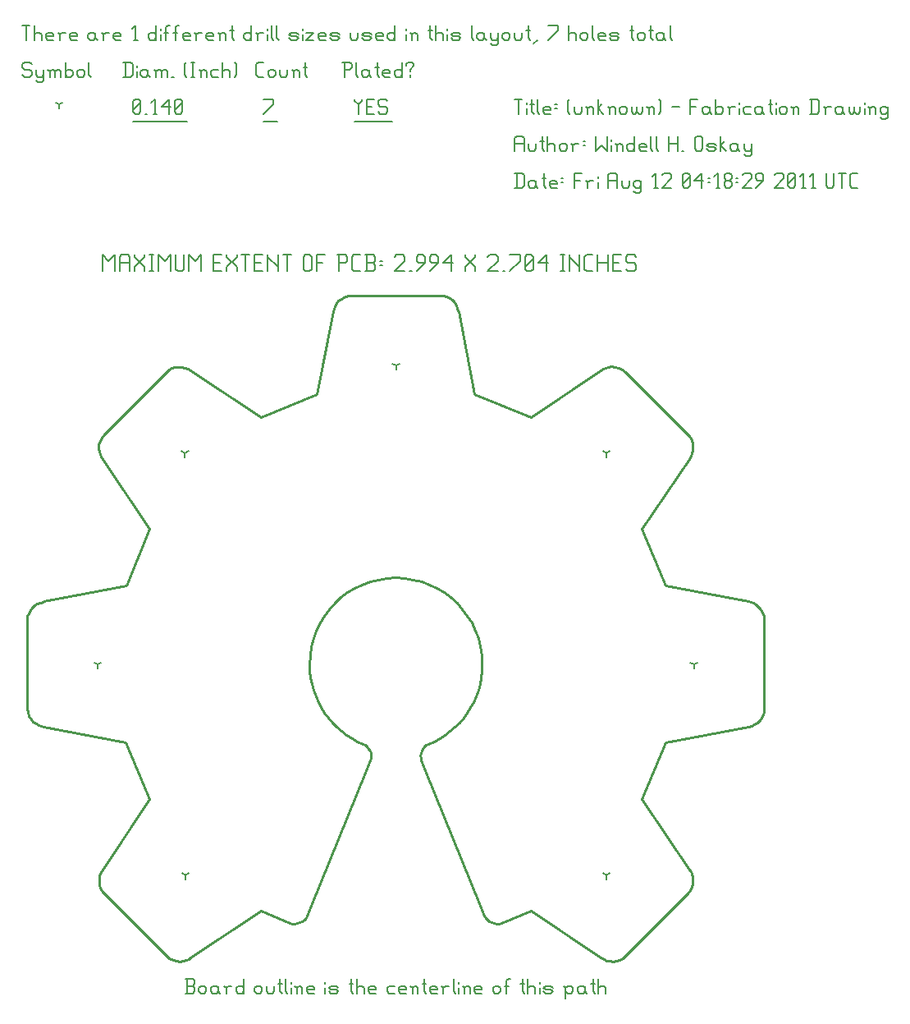
<source format=gbr>
G04 start of page 13 for group -3984 idx -3984 *
G04 Title: (unknown), fab *
G04 Creator: pcb 20091103 *
G04 CreationDate: Fri Aug 12 04:18:29 2011 UTC *
G04 For: oskay *
G04 Format: Gerber/RS-274X *
G04 PCB-Dimensions: 305000 295000 *
G04 PCB-Coordinate-Origin: lower left *
%MOIN*%
%FSLAX25Y25*%
%LNFAB*%
%ADD12C,0.0080*%
%ADD20C,0.0100*%
%ADD21C,0.0060*%
%ADD32C,0.0066*%
G54D12*X151739Y245269D02*Y243669D01*
Y245269D02*X153125Y246069D01*
X151739Y245269D02*X150353Y246069D01*
X237339Y209769D02*Y208169D01*
Y209769D02*X238725Y210569D01*
X237339Y209769D02*X235953Y210569D01*
X237339Y38469D02*Y36869D01*
Y38469D02*X238725Y39269D01*
X237339Y38469D02*X235953Y39269D01*
X66139Y38469D02*Y36869D01*
Y38469D02*X67525Y39269D01*
X66139Y38469D02*X64753Y39269D01*
X66039Y209769D02*Y208169D01*
Y209769D02*X67425Y210569D01*
X66039Y209769D02*X64653Y210569D01*
X30539Y124069D02*Y122469D01*
Y124069D02*X31925Y124869D01*
X30539Y124069D02*X29153Y124869D01*
X272739Y123969D02*Y122369D01*
Y123969D02*X274125Y124769D01*
X272739Y123969D02*X271353Y124769D01*
X15000Y351250D02*Y349650D01*
Y351250D02*X16386Y352050D01*
X15000Y351250D02*X13614Y352050D01*
G54D21*X135000Y353500D02*Y352750D01*
X136500Y351250D01*
X138000Y352750D01*
Y353500D02*Y352750D01*
X136500Y351250D02*Y347500D01*
X139801Y350500D02*X142051D01*
X139801Y347500D02*X142801D01*
X139801Y353500D02*Y347500D01*
Y353500D02*X142801D01*
X147603D02*X148353Y352750D01*
X145353Y353500D02*X147603D01*
X144603Y352750D02*X145353Y353500D01*
X144603Y352750D02*Y351250D01*
X145353Y350500D01*
X147603D01*
X148353Y349750D01*
Y348250D01*
X147603Y347500D02*X148353Y348250D01*
X145353Y347500D02*X147603D01*
X144603Y348250D02*X145353Y347500D01*
X135000Y344249D02*X150154D01*
X98000Y347500D02*X101750Y351250D01*
Y353500D02*Y351250D01*
X98000Y353500D02*X101750D01*
X98000Y344249D02*X103551D01*
X45000Y348250D02*X45750Y347500D01*
X45000Y352750D02*Y348250D01*
Y352750D02*X45750Y353500D01*
X47250D01*
X48000Y352750D01*
Y348250D01*
X47250Y347500D02*X48000Y348250D01*
X45750Y347500D02*X47250D01*
X45000Y349000D02*X48000Y352000D01*
X49801Y347500D02*X50551D01*
X53103D02*X54603D01*
X53853Y353500D02*Y347500D01*
X52353Y352000D02*X53853Y353500D01*
X56404Y350500D02*X59404Y353500D01*
X56404Y350500D02*X60154D01*
X59404Y353500D02*Y347500D01*
X61956Y348250D02*X62706Y347500D01*
X61956Y352750D02*Y348250D01*
Y352750D02*X62706Y353500D01*
X64206D01*
X64956Y352750D01*
Y348250D01*
X64206Y347500D02*X64956Y348250D01*
X62706Y347500D02*X64206D01*
X61956Y349000D02*X64956Y352000D01*
X45000Y344249D02*X66757D01*
X3000Y368500D02*X3750Y367750D01*
X750Y368500D02*X3000D01*
X0Y367750D02*X750Y368500D01*
X0Y367750D02*Y366250D01*
X750Y365500D01*
X3000D01*
X3750Y364750D01*
Y363250D01*
X3000Y362500D02*X3750Y363250D01*
X750Y362500D02*X3000D01*
X0Y363250D02*X750Y362500D01*
X5551Y365500D02*Y363250D01*
X6301Y362500D01*
X8551Y365500D02*Y361000D01*
X7801Y360250D02*X8551Y361000D01*
X6301Y360250D02*X7801D01*
X5551Y361000D02*X6301Y360250D01*
Y362500D02*X7801D01*
X8551Y363250D01*
X11103Y364750D02*Y362500D01*
Y364750D02*X11853Y365500D01*
X12603D01*
X13353Y364750D01*
Y362500D01*
Y364750D02*X14103Y365500D01*
X14853D01*
X15603Y364750D01*
Y362500D01*
X10353Y365500D02*X11103Y364750D01*
X17404Y368500D02*Y362500D01*
Y363250D02*X18154Y362500D01*
X19654D01*
X20404Y363250D01*
Y364750D02*Y363250D01*
X19654Y365500D02*X20404Y364750D01*
X18154Y365500D02*X19654D01*
X17404Y364750D02*X18154Y365500D01*
X22206Y364750D02*Y363250D01*
Y364750D02*X22956Y365500D01*
X24456D01*
X25206Y364750D01*
Y363250D01*
X24456Y362500D02*X25206Y363250D01*
X22956Y362500D02*X24456D01*
X22206Y363250D02*X22956Y362500D01*
X27007Y368500D02*Y363250D01*
X27757Y362500D01*
X41750Y368500D02*Y362500D01*
X44000Y368500D02*X44750Y367750D01*
Y363250D01*
X44000Y362500D02*X44750Y363250D01*
X41000Y362500D02*X44000D01*
X41000Y368500D02*X44000D01*
X46551Y367000D02*Y366250D01*
Y364750D02*Y362500D01*
X50303Y365500D02*X51053Y364750D01*
X48803Y365500D02*X50303D01*
X48053Y364750D02*X48803Y365500D01*
X48053Y364750D02*Y363250D01*
X48803Y362500D01*
X51053Y365500D02*Y363250D01*
X51803Y362500D01*
X48803D02*X50303D01*
X51053Y363250D01*
X54354Y364750D02*Y362500D01*
Y364750D02*X55104Y365500D01*
X55854D01*
X56604Y364750D01*
Y362500D01*
Y364750D02*X57354Y365500D01*
X58104D01*
X58854Y364750D01*
Y362500D01*
X53604Y365500D02*X54354Y364750D01*
X60656Y362500D02*X61406D01*
X65907Y363250D02*X66657Y362500D01*
X65907Y367750D02*X66657Y368500D01*
X65907Y367750D02*Y363250D01*
X68459Y368500D02*X69959D01*
X69209D02*Y362500D01*
X68459D02*X69959D01*
X72510Y364750D02*Y362500D01*
Y364750D02*X73260Y365500D01*
X74010D01*
X74760Y364750D01*
Y362500D01*
X71760Y365500D02*X72510Y364750D01*
X77312Y365500D02*X79562D01*
X76562Y364750D02*X77312Y365500D01*
X76562Y364750D02*Y363250D01*
X77312Y362500D01*
X79562D01*
X81363Y368500D02*Y362500D01*
Y364750D02*X82113Y365500D01*
X83613D01*
X84363Y364750D01*
Y362500D01*
X86165Y368500D02*X86915Y367750D01*
Y363250D01*
X86165Y362500D02*X86915Y363250D01*
X95750Y362500D02*X98000D01*
X95000Y363250D02*X95750Y362500D01*
X95000Y367750D02*Y363250D01*
Y367750D02*X95750Y368500D01*
X98000D01*
X99801Y364750D02*Y363250D01*
Y364750D02*X100551Y365500D01*
X102051D01*
X102801Y364750D01*
Y363250D01*
X102051Y362500D02*X102801Y363250D01*
X100551Y362500D02*X102051D01*
X99801Y363250D02*X100551Y362500D01*
X104603Y365500D02*Y363250D01*
X105353Y362500D01*
X106853D01*
X107603Y363250D01*
Y365500D02*Y363250D01*
X110154Y364750D02*Y362500D01*
Y364750D02*X110904Y365500D01*
X111654D01*
X112404Y364750D01*
Y362500D01*
X109404Y365500D02*X110154Y364750D01*
X114956Y368500D02*Y363250D01*
X115706Y362500D01*
X114206Y366250D02*X115706D01*
X130750Y368500D02*Y362500D01*
X130000Y368500D02*X133000D01*
X133750Y367750D01*
Y366250D01*
X133000Y365500D02*X133750Y366250D01*
X130750Y365500D02*X133000D01*
X135551Y368500D02*Y363250D01*
X136301Y362500D01*
X140053Y365500D02*X140803Y364750D01*
X138553Y365500D02*X140053D01*
X137803Y364750D02*X138553Y365500D01*
X137803Y364750D02*Y363250D01*
X138553Y362500D01*
X140803Y365500D02*Y363250D01*
X141553Y362500D01*
X138553D02*X140053D01*
X140803Y363250D01*
X144104Y368500D02*Y363250D01*
X144854Y362500D01*
X143354Y366250D02*X144854D01*
X147106Y362500D02*X149356D01*
X146356Y363250D02*X147106Y362500D01*
X146356Y364750D02*Y363250D01*
Y364750D02*X147106Y365500D01*
X148606D01*
X149356Y364750D01*
X146356Y364000D02*X149356D01*
Y364750D02*Y364000D01*
X154157Y368500D02*Y362500D01*
X153407D02*X154157Y363250D01*
X151907Y362500D02*X153407D01*
X151157Y363250D02*X151907Y362500D01*
X151157Y364750D02*Y363250D01*
Y364750D02*X151907Y365500D01*
X153407D01*
X154157Y364750D01*
X157459Y365500D02*Y364750D01*
Y363250D02*Y362500D01*
X155959Y367750D02*Y367000D01*
Y367750D02*X156709Y368500D01*
X158209D01*
X158959Y367750D01*
Y367000D01*
X157459Y365500D02*X158959Y367000D01*
X0Y383500D02*X3000D01*
X1500D02*Y377500D01*
X4801Y383500D02*Y377500D01*
Y379750D02*X5551Y380500D01*
X7051D01*
X7801Y379750D01*
Y377500D01*
X10353D02*X12603D01*
X9603Y378250D02*X10353Y377500D01*
X9603Y379750D02*Y378250D01*
Y379750D02*X10353Y380500D01*
X11853D01*
X12603Y379750D01*
X9603Y379000D02*X12603D01*
Y379750D02*Y379000D01*
X15154Y379750D02*Y377500D01*
Y379750D02*X15904Y380500D01*
X17404D01*
X14404D02*X15154Y379750D01*
X19956Y377500D02*X22206D01*
X19206Y378250D02*X19956Y377500D01*
X19206Y379750D02*Y378250D01*
Y379750D02*X19956Y380500D01*
X21456D01*
X22206Y379750D01*
X19206Y379000D02*X22206D01*
Y379750D02*Y379000D01*
X28957Y380500D02*X29707Y379750D01*
X27457Y380500D02*X28957D01*
X26707Y379750D02*X27457Y380500D01*
X26707Y379750D02*Y378250D01*
X27457Y377500D01*
X29707Y380500D02*Y378250D01*
X30457Y377500D01*
X27457D02*X28957D01*
X29707Y378250D01*
X33009Y379750D02*Y377500D01*
Y379750D02*X33759Y380500D01*
X35259D01*
X32259D02*X33009Y379750D01*
X37810Y377500D02*X40060D01*
X37060Y378250D02*X37810Y377500D01*
X37060Y379750D02*Y378250D01*
Y379750D02*X37810Y380500D01*
X39310D01*
X40060Y379750D01*
X37060Y379000D02*X40060D01*
Y379750D02*Y379000D01*
X45312Y377500D02*X46812D01*
X46062Y383500D02*Y377500D01*
X44562Y382000D02*X46062Y383500D01*
X54313D02*Y377500D01*
X53563D02*X54313Y378250D01*
X52063Y377500D02*X53563D01*
X51313Y378250D02*X52063Y377500D01*
X51313Y379750D02*Y378250D01*
Y379750D02*X52063Y380500D01*
X53563D01*
X54313Y379750D01*
X56115Y382000D02*Y381250D01*
Y379750D02*Y377500D01*
X58366Y382750D02*Y377500D01*
Y382750D02*X59116Y383500D01*
X59866D01*
X57616Y380500D02*X59116D01*
X62118Y382750D02*Y377500D01*
Y382750D02*X62868Y383500D01*
X63618D01*
X61368Y380500D02*X62868D01*
X65869Y377500D02*X68119D01*
X65119Y378250D02*X65869Y377500D01*
X65119Y379750D02*Y378250D01*
Y379750D02*X65869Y380500D01*
X67369D01*
X68119Y379750D01*
X65119Y379000D02*X68119D01*
Y379750D02*Y379000D01*
X70671Y379750D02*Y377500D01*
Y379750D02*X71421Y380500D01*
X72921D01*
X69921D02*X70671Y379750D01*
X75472Y377500D02*X77722D01*
X74722Y378250D02*X75472Y377500D01*
X74722Y379750D02*Y378250D01*
Y379750D02*X75472Y380500D01*
X76972D01*
X77722Y379750D01*
X74722Y379000D02*X77722D01*
Y379750D02*Y379000D01*
X80274Y379750D02*Y377500D01*
Y379750D02*X81024Y380500D01*
X81774D01*
X82524Y379750D01*
Y377500D01*
X79524Y380500D02*X80274Y379750D01*
X85075Y383500D02*Y378250D01*
X85825Y377500D01*
X84325Y381250D02*X85825D01*
X93027Y383500D02*Y377500D01*
X92277D02*X93027Y378250D01*
X90777Y377500D02*X92277D01*
X90027Y378250D02*X90777Y377500D01*
X90027Y379750D02*Y378250D01*
Y379750D02*X90777Y380500D01*
X92277D01*
X93027Y379750D01*
X95578D02*Y377500D01*
Y379750D02*X96328Y380500D01*
X97828D01*
X94828D02*X95578Y379750D01*
X99630Y382000D02*Y381250D01*
Y379750D02*Y377500D01*
X101131Y383500D02*Y378250D01*
X101881Y377500D01*
X103383Y383500D02*Y378250D01*
X104133Y377500D01*
X109084D02*X111334D01*
X112084Y378250D01*
X111334Y379000D02*X112084Y378250D01*
X109084Y379000D02*X111334D01*
X108334Y379750D02*X109084Y379000D01*
X108334Y379750D02*X109084Y380500D01*
X111334D01*
X112084Y379750D01*
X108334Y378250D02*X109084Y377500D01*
X113886Y382000D02*Y381250D01*
Y379750D02*Y377500D01*
X115387Y380500D02*X118387D01*
X115387Y377500D02*X118387Y380500D01*
X115387Y377500D02*X118387D01*
X120939D02*X123189D01*
X120189Y378250D02*X120939Y377500D01*
X120189Y379750D02*Y378250D01*
Y379750D02*X120939Y380500D01*
X122439D01*
X123189Y379750D01*
X120189Y379000D02*X123189D01*
Y379750D02*Y379000D01*
X125740Y377500D02*X127990D01*
X128740Y378250D01*
X127990Y379000D02*X128740Y378250D01*
X125740Y379000D02*X127990D01*
X124990Y379750D02*X125740Y379000D01*
X124990Y379750D02*X125740Y380500D01*
X127990D01*
X128740Y379750D01*
X124990Y378250D02*X125740Y377500D01*
X133242Y380500D02*Y378250D01*
X133992Y377500D01*
X135492D01*
X136242Y378250D01*
Y380500D02*Y378250D01*
X138793Y377500D02*X141043D01*
X141793Y378250D01*
X141043Y379000D02*X141793Y378250D01*
X138793Y379000D02*X141043D01*
X138043Y379750D02*X138793Y379000D01*
X138043Y379750D02*X138793Y380500D01*
X141043D01*
X141793Y379750D01*
X138043Y378250D02*X138793Y377500D01*
X144345D02*X146595D01*
X143595Y378250D02*X144345Y377500D01*
X143595Y379750D02*Y378250D01*
Y379750D02*X144345Y380500D01*
X145845D01*
X146595Y379750D01*
X143595Y379000D02*X146595D01*
Y379750D02*Y379000D01*
X151396Y383500D02*Y377500D01*
X150646D02*X151396Y378250D01*
X149146Y377500D02*X150646D01*
X148396Y378250D02*X149146Y377500D01*
X148396Y379750D02*Y378250D01*
Y379750D02*X149146Y380500D01*
X150646D01*
X151396Y379750D01*
X155898Y382000D02*Y381250D01*
Y379750D02*Y377500D01*
X158149Y379750D02*Y377500D01*
Y379750D02*X158899Y380500D01*
X159649D01*
X160399Y379750D01*
Y377500D01*
X157399Y380500D02*X158149Y379750D01*
X165651Y383500D02*Y378250D01*
X166401Y377500D01*
X164901Y381250D02*X166401D01*
X167902Y383500D02*Y377500D01*
Y379750D02*X168652Y380500D01*
X170152D01*
X170902Y379750D01*
Y377500D01*
X172704Y382000D02*Y381250D01*
Y379750D02*Y377500D01*
X174955D02*X177205D01*
X177955Y378250D01*
X177205Y379000D02*X177955Y378250D01*
X174955Y379000D02*X177205D01*
X174205Y379750D02*X174955Y379000D01*
X174205Y379750D02*X174955Y380500D01*
X177205D01*
X177955Y379750D01*
X174205Y378250D02*X174955Y377500D01*
X182457Y383500D02*Y378250D01*
X183207Y377500D01*
X186958Y380500D02*X187708Y379750D01*
X185458Y380500D02*X186958D01*
X184708Y379750D02*X185458Y380500D01*
X184708Y379750D02*Y378250D01*
X185458Y377500D01*
X187708Y380500D02*Y378250D01*
X188458Y377500D01*
X185458D02*X186958D01*
X187708Y378250D01*
X190260Y380500D02*Y378250D01*
X191010Y377500D01*
X193260Y380500D02*Y376000D01*
X192510Y375250D02*X193260Y376000D01*
X191010Y375250D02*X192510D01*
X190260Y376000D02*X191010Y375250D01*
Y377500D02*X192510D01*
X193260Y378250D01*
X195061Y379750D02*Y378250D01*
Y379750D02*X195811Y380500D01*
X197311D01*
X198061Y379750D01*
Y378250D01*
X197311Y377500D02*X198061Y378250D01*
X195811Y377500D02*X197311D01*
X195061Y378250D02*X195811Y377500D01*
X199863Y380500D02*Y378250D01*
X200613Y377500D01*
X202113D01*
X202863Y378250D01*
Y380500D02*Y378250D01*
X205414Y383500D02*Y378250D01*
X206164Y377500D01*
X204664Y381250D02*X206164D01*
X207666Y376000D02*X209166Y377500D01*
X213667D02*X217417Y381250D01*
Y383500D02*Y381250D01*
X213667Y383500D02*X217417D01*
X221919D02*Y377500D01*
Y379750D02*X222669Y380500D01*
X224169D01*
X224919Y379750D01*
Y377500D01*
X226720Y379750D02*Y378250D01*
Y379750D02*X227470Y380500D01*
X228970D01*
X229720Y379750D01*
Y378250D01*
X228970Y377500D02*X229720Y378250D01*
X227470Y377500D02*X228970D01*
X226720Y378250D02*X227470Y377500D01*
X231522Y383500D02*Y378250D01*
X232272Y377500D01*
X234523D02*X236773D01*
X233773Y378250D02*X234523Y377500D01*
X233773Y379750D02*Y378250D01*
Y379750D02*X234523Y380500D01*
X236023D01*
X236773Y379750D01*
X233773Y379000D02*X236773D01*
Y379750D02*Y379000D01*
X239325Y377500D02*X241575D01*
X242325Y378250D01*
X241575Y379000D02*X242325Y378250D01*
X239325Y379000D02*X241575D01*
X238575Y379750D02*X239325Y379000D01*
X238575Y379750D02*X239325Y380500D01*
X241575D01*
X242325Y379750D01*
X238575Y378250D02*X239325Y377500D01*
X247576Y383500D02*Y378250D01*
X248326Y377500D01*
X246826Y381250D02*X248326D01*
X249828Y379750D02*Y378250D01*
Y379750D02*X250578Y380500D01*
X252078D01*
X252828Y379750D01*
Y378250D01*
X252078Y377500D02*X252828Y378250D01*
X250578Y377500D02*X252078D01*
X249828Y378250D02*X250578Y377500D01*
X255379Y383500D02*Y378250D01*
X256129Y377500D01*
X254629Y381250D02*X256129D01*
X259881Y380500D02*X260631Y379750D01*
X258381Y380500D02*X259881D01*
X257631Y379750D02*X258381Y380500D01*
X257631Y379750D02*Y378250D01*
X258381Y377500D01*
X260631Y380500D02*Y378250D01*
X261381Y377500D01*
X258381D02*X259881D01*
X260631Y378250D01*
X263182Y383500D02*Y378250D01*
X263932Y377500D01*
G54D20*X169668Y273869D02*X133698D01*
X171026Y273736D02*X169668Y273869D01*
X172301Y273353D02*X171026Y273736D01*
X173472Y272746D02*X172301Y273353D01*
X174516Y271943D02*X173472Y272746D01*
X175409Y270971D02*X174516Y271943D01*
X176129Y269858D02*X175409Y270971D01*
X176654Y268628D02*X176129Y269858D01*
X176959Y267311D02*X176654Y268628D01*
X177101Y267343D02*X176959Y267311D01*
X183589Y233765D02*X177101Y267343D01*
X206576Y224288D02*X183589Y233765D01*
X234914Y243424D02*X206576Y224288D01*
X235845Y243981D02*X234914Y243424D01*
X236886Y244438D02*X235845Y243981D01*
X238040Y244761D02*X236886Y244438D01*
X239318Y244915D02*X238040Y244761D01*
X240726Y244815D02*X239318Y244915D01*
X242183Y244418D02*X240726Y244815D01*
X243580Y243731D02*X242183Y244418D01*
X244809Y242761D02*X243580Y243731D01*
X270220Y217311D02*X244809Y242761D01*
X271100Y216244D02*X270220Y217311D01*
X271740Y215064D02*X271100Y216244D01*
X272144Y213804D02*X271740Y215064D01*
X272316Y212499D02*X272144Y213804D01*
X272259Y211179D02*X272316Y212499D01*
X271975Y209882D02*X272259Y211179D01*
X271468Y208640D02*X271975Y209882D01*
X270741Y207486D02*X271468Y208640D01*
X270851Y207415D02*X270741Y207486D01*
X251715Y179046D02*X270851Y207415D01*
X261193Y156129D02*X251715Y179046D01*
X294841Y149603D02*X261193Y156129D01*
X295884Y149342D02*X294841Y149603D01*
X296940Y148935D02*X295884Y149342D01*
X297989Y148350D02*X296940Y148935D01*
X299008Y147551D02*X297989Y148350D01*
X299937Y146485D02*X299008Y147551D01*
X300686Y145174D02*X299937Y146485D01*
X301186Y143707D02*X300686Y145174D01*
X301368Y142169D02*X301186Y143707D01*
X301368Y106200D02*Y142169D01*
X301233Y104844D02*X301368Y106200D01*
X300848Y103567D02*X301233Y104844D01*
X300239Y102392D02*X300848Y103567D01*
X299434Y101343D02*X300239Y102392D01*
X298462Y100442D02*X299434Y101343D01*
X297348Y99714D02*X298462Y100442D01*
X296122Y99182D02*X297348Y99714D01*
X294809Y98869D02*X296122Y99182D01*
X294841Y98767D02*X294809Y98869D01*
X261264Y92272D02*X294841Y98767D01*
X251715Y69253D02*X261264Y92272D01*
X270851Y40883D02*X251715Y69253D01*
X271398Y39975D02*X270851Y40883D01*
X271857Y38950D02*X271398Y39975D01*
X272186Y37799D02*X271857Y38950D01*
X272343Y36511D02*X272186Y37799D01*
X272245Y35096D02*X272343Y36511D01*
X271850Y33644D02*X272245Y35096D01*
X271169Y32262D02*X271850Y33644D01*
X270220Y31058D02*X271169Y32262D01*
X244809Y5608D02*X270220Y31058D01*
X243743Y4731D02*X244809Y5608D01*
X242564Y4090D02*X243743Y4731D01*
X241304Y3683D02*X242564Y4090D01*
X239997Y3507D02*X241304Y3683D01*
X238677Y3559D02*X239997Y3507D01*
X237377Y3837D02*X238677Y3559D01*
X236134Y4336D02*X237377Y3837D01*
X234977Y5055D02*X236134Y4336D01*
X234914Y4946D02*X234977Y5055D01*
X206544Y24114D02*X234914Y4946D01*
X194597Y19150D02*X206544Y24114D01*
X193614Y18864D02*X194597Y19150D01*
X192597Y18790D02*X193614Y18864D01*
X191580Y18914D02*X192597Y18790D01*
X190598Y19221D02*X191580Y18914D01*
X189687Y19698D02*X190598Y19221D01*
X188882Y20329D02*X189687Y19698D01*
X188215Y21101D02*X188882Y20329D01*
X187723Y21998D02*X188215Y21101D01*
X162061Y84917D02*X187723Y21998D01*
X161782Y85895D02*X162061Y84917D01*
X161712Y86907D02*X161782Y85895D01*
X161839Y87917D02*X161712Y86907D01*
X162147Y88892D02*X161839Y87917D01*
X162622Y89797D02*X162147Y88892D01*
X163250Y90599D02*X162622Y89797D01*
X164016Y91262D02*X163250Y90599D01*
X164909Y91752D02*X164016Y91262D01*
X167258Y92816D02*X164909Y91752D01*
X169512Y94042D02*X167258Y92816D01*
X171661Y95423D02*X169512Y94042D01*
X173700Y96952D02*X171661Y95423D01*
X175618Y98621D02*X173700Y96952D01*
X177411Y100423D02*X175618Y98621D01*
X179069Y102350D02*X177411Y100423D01*
X180584Y104396D02*X179069Y102350D01*
X181951Y106553D02*X180584Y104396D01*
X183159Y108814D02*X181951Y106553D01*
X184204Y111171D02*X183159Y108814D01*
X185076Y113618D02*X184204Y111171D01*
X185766Y116147D02*X185076Y113618D01*
X186269Y118751D02*X185766Y116147D01*
X186577Y121422D02*X186269Y118751D01*
X186682Y124153D02*X186577Y121422D01*
X186501Y127746D02*X186682Y124153D01*
X185972Y131234D02*X186501Y127746D01*
X185112Y134600D02*X185972Y131234D01*
X183939Y137824D02*X185112Y134600D01*
X182468Y140891D02*X183939Y137824D01*
X180716Y143782D02*X182468Y140891D01*
X178704Y146481D02*X180716Y143782D01*
X176447Y148969D02*X178704Y146481D01*
X173961Y151231D02*X176447Y148969D01*
X171266Y153246D02*X173961Y151231D01*
X168377Y155000D02*X171266Y153246D01*
X165312Y156474D02*X168377Y155000D01*
X162090Y157650D02*X165312Y156474D01*
X158726Y158513D02*X162090Y157650D01*
X155239Y159042D02*X158726Y158513D01*
X151644Y159222D02*X155239Y159042D01*
X148051D02*X151644Y159222D01*
X144564Y158513D02*X148051Y159042D01*
X141201Y157650D02*X144564Y158513D01*
X137979Y156474D02*X141201Y157650D01*
X134915Y155000D02*X137979Y156474D01*
X132027Y153246D02*X134915Y155000D01*
X129332Y151231D02*X132027Y153246D01*
X126848Y148969D02*X129332Y151231D01*
X124590Y146481D02*X126848Y148969D01*
X122578Y143782D02*X124590Y146481D01*
X120827Y140891D02*X122578Y143782D01*
X119356Y137824D02*X120827Y140891D01*
X118182Y134600D02*X119356Y137824D01*
X117322Y131234D02*X118182Y134600D01*
X116794Y127746D02*X117322Y131234D01*
X116614Y124153D02*X116794Y127746D01*
X116717Y121422D02*X116614Y124153D01*
X117025Y118751D02*X116717Y121422D01*
X117528Y116147D02*X117025Y118751D01*
X118219Y113618D02*X117528Y116147D01*
X119090Y111171D02*X118219Y113618D01*
X120135Y108814D02*X119090Y111171D01*
X121344Y106553D02*X120135Y108814D01*
X122710Y104396D02*X121344Y106553D01*
X124226Y102350D02*X122710Y104396D01*
X125884Y100423D02*X124226Y102350D01*
X127676Y98621D02*X125884Y100423D01*
X129596Y96952D02*X127676Y98621D01*
X131633Y95423D02*X129596Y96952D01*
X133783Y94042D02*X131633Y95423D01*
X136036Y92816D02*X133783Y94042D01*
X138386Y91752D02*X136036Y92816D01*
X139276Y91262D02*X138386Y91752D01*
X140042Y90599D02*X139276Y91262D01*
X140670Y89797D02*X140042Y90599D01*
X141144Y88892D02*X140670Y89797D01*
X141452Y87917D02*X141144Y88892D01*
X141577Y86907D02*X141452Y87917D01*
X141508Y85895D02*X141577Y86907D01*
X141227Y84917D02*X141508Y85895D01*
X115572Y21998D02*X141227Y84917D01*
X115078Y21101D02*X115572Y21998D01*
X114411Y20329D02*X115078Y21101D01*
X113605Y19698D02*X114411Y20329D01*
X112694Y19221D02*X113605Y19698D01*
X111714Y18914D02*X112694Y19221D01*
X110698Y18790D02*X111714Y18914D01*
X109681Y18864D02*X110698Y18790D01*
X108698Y19150D02*X109681Y18864D01*
X96751Y24114D02*X108698Y19150D01*
X68381Y4946D02*X96751Y24114D01*
X67448Y4390D02*X68381Y4946D01*
X66408Y3932D02*X67448Y4390D01*
X65252Y3608D02*X66408Y3932D01*
X63971Y3454D02*X65252Y3608D01*
X62566Y3553D02*X63971Y3454D01*
X61110Y3952D02*X62566Y3553D01*
X59714Y4639D02*X61110Y3952D01*
X58486Y5608D02*X59714Y4639D01*
X33106Y31058D02*X58486Y5608D01*
X33106Y31097D02*Y31058D01*
X32260Y32138D02*X33106Y31097D01*
X31640Y33300D02*X32260Y32138D01*
X31245Y34547D02*X31640Y33300D01*
X31071Y35844D02*X31245Y34547D01*
X31116Y37155D02*X31071Y35844D01*
X31379Y38446D02*X31116Y37155D01*
X31856Y39679D02*X31379Y38446D01*
X32547Y40819D02*X31856Y39679D01*
X32444Y40883D02*X32547Y40819D01*
X51580Y69221D02*X32444Y40883D01*
X42031Y92272D02*X51580Y69221D01*
X8486Y98767D02*X42031Y92272D01*
X7462Y99022D02*X8486Y98767D01*
X6430Y99412D02*X7462Y99022D01*
X5402Y99975D02*X6430Y99412D01*
X4390Y100747D02*X5402Y99975D01*
X3442Y101802D02*X4390Y100747D01*
X2658Y103121D02*X3442Y101802D01*
X2124Y104618D02*X2658Y103121D01*
X1928Y106200D02*X2124Y104618D01*
X1928Y142169D02*Y106200D01*
X2063Y143565D02*X1928Y142169D01*
X2451Y144863D02*X2063Y143565D01*
X3065Y146043D02*X2451Y144863D01*
X3875Y147086D02*X3065Y146043D01*
X4854Y147972D02*X3875Y147086D01*
X5974Y148683D02*X4854Y147972D01*
X7206Y149199D02*X5974Y148683D01*
X8524Y149500D02*X7206Y149199D01*
X8486Y149603D02*X8524Y149500D01*
X42096Y156097D02*X8486Y149603D01*
X51580Y179078D02*X42096Y156097D01*
X32444Y207415D02*X51580Y179078D01*
X31888Y208349D02*X32444Y207415D01*
X31430Y209389D02*X31888Y208349D01*
X31106Y210546D02*X31430Y209389D01*
X30953Y211826D02*X31106Y210546D01*
X31051Y213224D02*X30953Y211826D01*
X31453Y214668D02*X31051Y213224D01*
X32143Y216053D02*X31453Y214668D01*
X33106Y217272D02*X32143Y216053D01*
X33106Y217311D02*Y217272D01*
X58486Y242761D02*X33106Y217311D01*
X59551Y243639D02*X58486Y242761D01*
X60730Y244279D02*X59551Y243639D01*
X61990Y244686D02*X60730Y244279D01*
X63296Y244863D02*X61990Y244686D01*
X64615Y244811D02*X63296Y244863D01*
X65914Y244533D02*X64615Y244811D01*
X67156Y244033D02*X65914Y244533D01*
X68311Y243314D02*X67156Y244033D01*
X68381Y243424D02*X68311Y243314D01*
X96751Y224288D02*X68381Y243424D01*
X119699Y233765D02*X96751Y224288D01*
X126233Y267343D02*X119699Y233765D01*
X126506Y268431D02*X126233Y267343D01*
X126930Y269514D02*X126506Y268431D01*
X127534Y270572D02*X126930Y269514D01*
X128348Y271581D02*X127534Y270572D01*
X129417Y272488D02*X128348Y271581D01*
X130716Y273214D02*X129417Y272488D01*
X132168Y273696D02*X130716Y273214D01*
X133698Y273869D02*X132168Y273696D01*
G54D32*X32439Y290309D02*Y283669D01*
Y290309D02*X34929Y287819D01*
X37419Y290309D01*
Y283669D01*
X39412Y289479D02*Y283669D01*
Y289479D02*X40242Y290309D01*
X42732D01*
X43562Y289479D01*
Y283669D01*
X39412Y286989D02*X43562D01*
X45556Y290309D02*Y289479D01*
X49706Y285329D01*
Y283669D01*
X45556Y285329D02*Y283669D01*
Y285329D02*X49706Y289479D01*
Y290309D02*Y289479D01*
X51699Y290309D02*X53359D01*
X52529D02*Y283669D01*
X51699D02*X53359D01*
X55353Y290309D02*Y283669D01*
Y290309D02*X57843Y287819D01*
X60333Y290309D01*
Y283669D01*
X62327Y290309D02*Y284499D01*
X63157Y283669D01*
X64817D01*
X65647Y284499D01*
Y290309D02*Y284499D01*
X67640Y290309D02*Y283669D01*
Y290309D02*X70130Y287819D01*
X72620Y290309D01*
Y283669D01*
X77602Y286989D02*X80092D01*
X77602Y283669D02*X80922D01*
X77602Y290309D02*Y283669D01*
Y290309D02*X80922D01*
X82916D02*Y289479D01*
X87066Y285329D01*
Y283669D01*
X82916Y285329D02*Y283669D01*
Y285329D02*X87066Y289479D01*
Y290309D02*Y289479D01*
X89059Y290309D02*X92379D01*
X90719D02*Y283669D01*
X94373Y286989D02*X96863D01*
X94373Y283669D02*X97693D01*
X94373Y290309D02*Y283669D01*
Y290309D02*X97693D01*
X99687D02*Y283669D01*
Y290309D02*Y289479D01*
X103837Y285329D01*
Y290309D02*Y283669D01*
X105830Y290309D02*X109150D01*
X107490D02*Y283669D01*
X114132Y289479D02*Y284499D01*
Y289479D02*X114962Y290309D01*
X116622D01*
X117452Y289479D01*
Y284499D01*
X116622Y283669D02*X117452Y284499D01*
X114962Y283669D02*X116622D01*
X114132Y284499D02*X114962Y283669D01*
X119446Y290309D02*Y283669D01*
Y290309D02*X122766D01*
X119446Y286989D02*X121936D01*
X128577Y290309D02*Y283669D01*
X127747Y290309D02*X131067D01*
X131897Y289479D01*
Y287819D01*
X131067Y286989D02*X131897Y287819D01*
X128577Y286989D02*X131067D01*
X134721Y283669D02*X137211D01*
X133891Y284499D02*X134721Y283669D01*
X133891Y289479D02*Y284499D01*
Y289479D02*X134721Y290309D01*
X137211D01*
X139205Y283669D02*X142525D01*
X143355Y284499D01*
Y286159D02*Y284499D01*
X142525Y286989D02*X143355Y286159D01*
X140035Y286989D02*X142525D01*
X140035Y290309D02*Y283669D01*
X139205Y290309D02*X142525D01*
X143355Y289479D01*
Y287819D01*
X142525Y286989D02*X143355Y287819D01*
X145348D02*X146178D01*
X145348Y286159D02*X146178D01*
X151160Y289479D02*X151990Y290309D01*
X154480D01*
X155310Y289479D01*
Y287819D01*
X151160Y283669D02*X155310Y287819D01*
X151160Y283669D02*X155310D01*
X157304D02*X158134D01*
X160127D02*X163447Y286989D01*
Y289479D02*Y286989D01*
X162617Y290309D02*X163447Y289479D01*
X160957Y290309D02*X162617D01*
X160127Y289479D02*X160957Y290309D01*
X160127Y289479D02*Y287819D01*
X160957Y286989D01*
X163447D01*
X165441Y283669D02*X168761Y286989D01*
Y289479D02*Y286989D01*
X167931Y290309D02*X168761Y289479D01*
X166271Y290309D02*X167931D01*
X165441Y289479D02*X166271Y290309D01*
X165441Y289479D02*Y287819D01*
X166271Y286989D01*
X168761D01*
X170755D02*X174075Y290309D01*
X170755Y286989D02*X174905D01*
X174075Y290309D02*Y283669D01*
X179886Y290309D02*Y289479D01*
X184036Y285329D01*
Y283669D01*
X179886Y285329D02*Y283669D01*
Y285329D02*X184036Y289479D01*
Y290309D02*Y289479D01*
X189018D02*X189848Y290309D01*
X192338D01*
X193168Y289479D01*
Y287819D01*
X189018Y283669D02*X193168Y287819D01*
X189018Y283669D02*X193168D01*
X195162D02*X195992D01*
X197985D02*X202135Y287819D01*
Y290309D02*Y287819D01*
X197985Y290309D02*X202135D01*
X204129Y284499D02*X204959Y283669D01*
X204129Y289479D02*Y284499D01*
Y289479D02*X204959Y290309D01*
X206619D01*
X207449Y289479D01*
Y284499D01*
X206619Y283669D02*X207449Y284499D01*
X204959Y283669D02*X206619D01*
X204129Y285329D02*X207449Y288649D01*
X209443Y286989D02*X212763Y290309D01*
X209443Y286989D02*X213593D01*
X212763Y290309D02*Y283669D01*
X218574Y290309D02*X220234D01*
X219404D02*Y283669D01*
X218574D02*X220234D01*
X222228Y290309D02*Y283669D01*
Y290309D02*Y289479D01*
X226378Y285329D01*
Y290309D02*Y283669D01*
X229202D02*X231692D01*
X228372Y284499D02*X229202Y283669D01*
X228372Y289479D02*Y284499D01*
Y289479D02*X229202Y290309D01*
X231692D01*
X233685D02*Y283669D01*
X237835Y290309D02*Y283669D01*
X233685Y286989D02*X237835D01*
X239829D02*X242319D01*
X239829Y283669D02*X243149D01*
X239829Y290309D02*Y283669D01*
Y290309D02*X243149D01*
X248463D02*X249293Y289479D01*
X245973Y290309D02*X248463D01*
X245143Y289479D02*X245973Y290309D01*
X245143Y289479D02*Y287819D01*
X245973Y286989D01*
X248463D01*
X249293Y286159D01*
Y284499D01*
X248463Y283669D02*X249293Y284499D01*
X245973Y283669D02*X248463D01*
X245143Y284499D02*X245973Y283669D01*
G54D21*X66148Y-9500D02*X69148D01*
X69898Y-8750D01*
Y-7250D02*Y-8750D01*
X69148Y-6500D02*X69898Y-7250D01*
X66898Y-6500D02*X69148D01*
X66898Y-3500D02*Y-9500D01*
X66148Y-3500D02*X69148D01*
X69898Y-4250D01*
Y-5750D01*
X69148Y-6500D02*X69898Y-5750D01*
X71699Y-7250D02*Y-8750D01*
Y-7250D02*X72449Y-6500D01*
X73949D01*
X74699Y-7250D01*
Y-8750D01*
X73949Y-9500D02*X74699Y-8750D01*
X72449Y-9500D02*X73949D01*
X71699Y-8750D02*X72449Y-9500D01*
X78751Y-6500D02*X79501Y-7250D01*
X77251Y-6500D02*X78751D01*
X76501Y-7250D02*X77251Y-6500D01*
X76501Y-7250D02*Y-8750D01*
X77251Y-9500D01*
X79501Y-6500D02*Y-8750D01*
X80251Y-9500D01*
X77251D02*X78751D01*
X79501Y-8750D01*
X82802Y-7250D02*Y-9500D01*
Y-7250D02*X83552Y-6500D01*
X85052D01*
X82052D02*X82802Y-7250D01*
X89854Y-3500D02*Y-9500D01*
X89104D02*X89854Y-8750D01*
X87604Y-9500D02*X89104D01*
X86854Y-8750D02*X87604Y-9500D01*
X86854Y-7250D02*Y-8750D01*
Y-7250D02*X87604Y-6500D01*
X89104D01*
X89854Y-7250D01*
X94355D02*Y-8750D01*
Y-7250D02*X95105Y-6500D01*
X96605D01*
X97355Y-7250D01*
Y-8750D01*
X96605Y-9500D02*X97355Y-8750D01*
X95105Y-9500D02*X96605D01*
X94355Y-8750D02*X95105Y-9500D01*
X99157Y-6500D02*Y-8750D01*
X99907Y-9500D01*
X101407D01*
X102157Y-8750D01*
Y-6500D02*Y-8750D01*
X104708Y-3500D02*Y-8750D01*
X105458Y-9500D01*
X103958Y-5750D02*X105458D01*
X106960Y-3500D02*Y-8750D01*
X107710Y-9500D01*
X109211Y-5000D02*Y-5750D01*
Y-7250D02*Y-9500D01*
X111463Y-7250D02*Y-9500D01*
Y-7250D02*X112213Y-6500D01*
X112963D01*
X113713Y-7250D01*
Y-9500D01*
X110713Y-6500D02*X111463Y-7250D01*
X116264Y-9500D02*X118514D01*
X115514Y-8750D02*X116264Y-9500D01*
X115514Y-7250D02*Y-8750D01*
Y-7250D02*X116264Y-6500D01*
X117764D01*
X118514Y-7250D01*
X115514Y-8000D02*X118514D01*
Y-7250D02*Y-8000D01*
X123016Y-5000D02*Y-5750D01*
Y-7250D02*Y-9500D01*
X125267D02*X127517D01*
X128267Y-8750D01*
X127517Y-8000D02*X128267Y-8750D01*
X125267Y-8000D02*X127517D01*
X124517Y-7250D02*X125267Y-8000D01*
X124517Y-7250D02*X125267Y-6500D01*
X127517D01*
X128267Y-7250D01*
X124517Y-8750D02*X125267Y-9500D01*
X133519Y-3500D02*Y-8750D01*
X134269Y-9500D01*
X132769Y-5750D02*X134269D01*
X135770Y-3500D02*Y-9500D01*
Y-7250D02*X136520Y-6500D01*
X138020D01*
X138770Y-7250D01*
Y-9500D01*
X141322D02*X143572D01*
X140572Y-8750D02*X141322Y-9500D01*
X140572Y-7250D02*Y-8750D01*
Y-7250D02*X141322Y-6500D01*
X142822D01*
X143572Y-7250D01*
X140572Y-8000D02*X143572D01*
Y-7250D02*Y-8000D01*
X148823Y-6500D02*X151073D01*
X148073Y-7250D02*X148823Y-6500D01*
X148073Y-7250D02*Y-8750D01*
X148823Y-9500D01*
X151073D01*
X153625D02*X155875D01*
X152875Y-8750D02*X153625Y-9500D01*
X152875Y-7250D02*Y-8750D01*
Y-7250D02*X153625Y-6500D01*
X155125D01*
X155875Y-7250D01*
X152875Y-8000D02*X155875D01*
Y-7250D02*Y-8000D01*
X158426Y-7250D02*Y-9500D01*
Y-7250D02*X159176Y-6500D01*
X159926D01*
X160676Y-7250D01*
Y-9500D01*
X157676Y-6500D02*X158426Y-7250D01*
X163228Y-3500D02*Y-8750D01*
X163978Y-9500D01*
X162478Y-5750D02*X163978D01*
X166229Y-9500D02*X168479D01*
X165479Y-8750D02*X166229Y-9500D01*
X165479Y-7250D02*Y-8750D01*
Y-7250D02*X166229Y-6500D01*
X167729D01*
X168479Y-7250D01*
X165479Y-8000D02*X168479D01*
Y-7250D02*Y-8000D01*
X171031Y-7250D02*Y-9500D01*
Y-7250D02*X171781Y-6500D01*
X173281D01*
X170281D02*X171031Y-7250D01*
X175082Y-3500D02*Y-8750D01*
X175832Y-9500D01*
X177334Y-5000D02*Y-5750D01*
Y-7250D02*Y-9500D01*
X179585Y-7250D02*Y-9500D01*
Y-7250D02*X180335Y-6500D01*
X181085D01*
X181835Y-7250D01*
Y-9500D01*
X178835Y-6500D02*X179585Y-7250D01*
X184387Y-9500D02*X186637D01*
X183637Y-8750D02*X184387Y-9500D01*
X183637Y-7250D02*Y-8750D01*
Y-7250D02*X184387Y-6500D01*
X185887D01*
X186637Y-7250D01*
X183637Y-8000D02*X186637D01*
Y-7250D02*Y-8000D01*
X191138Y-7250D02*Y-8750D01*
Y-7250D02*X191888Y-6500D01*
X193388D01*
X194138Y-7250D01*
Y-8750D01*
X193388Y-9500D02*X194138Y-8750D01*
X191888Y-9500D02*X193388D01*
X191138Y-8750D02*X191888Y-9500D01*
X196690Y-4250D02*Y-9500D01*
Y-4250D02*X197440Y-3500D01*
X198190D01*
X195940Y-6500D02*X197440D01*
X203141Y-3500D02*Y-8750D01*
X203891Y-9500D01*
X202391Y-5750D02*X203891D01*
X205393Y-3500D02*Y-9500D01*
Y-7250D02*X206143Y-6500D01*
X207643D01*
X208393Y-7250D01*
Y-9500D01*
X210194Y-5000D02*Y-5750D01*
Y-7250D02*Y-9500D01*
X212446D02*X214696D01*
X215446Y-8750D01*
X214696Y-8000D02*X215446Y-8750D01*
X212446Y-8000D02*X214696D01*
X211696Y-7250D02*X212446Y-8000D01*
X211696Y-7250D02*X212446Y-6500D01*
X214696D01*
X215446Y-7250D01*
X211696Y-8750D02*X212446Y-9500D01*
X220697Y-7250D02*Y-11750D01*
X219947Y-6500D02*X220697Y-7250D01*
X221447Y-6500D01*
X222947D01*
X223697Y-7250D01*
Y-8750D01*
X222947Y-9500D02*X223697Y-8750D01*
X221447Y-9500D02*X222947D01*
X220697Y-8750D02*X221447Y-9500D01*
X227749Y-6500D02*X228499Y-7250D01*
X226249Y-6500D02*X227749D01*
X225499Y-7250D02*X226249Y-6500D01*
X225499Y-7250D02*Y-8750D01*
X226249Y-9500D01*
X228499Y-6500D02*Y-8750D01*
X229249Y-9500D01*
X226249D02*X227749D01*
X228499Y-8750D01*
X231800Y-3500D02*Y-8750D01*
X232550Y-9500D01*
X231050Y-5750D02*X232550D01*
X234052Y-3500D02*Y-9500D01*
Y-7250D02*X234802Y-6500D01*
X236302D01*
X237052Y-7250D01*
Y-9500D01*
X200750Y323500D02*Y317500D01*
X203000Y323500D02*X203750Y322750D01*
Y318250D01*
X203000Y317500D02*X203750Y318250D01*
X200000Y317500D02*X203000D01*
X200000Y323500D02*X203000D01*
X207801Y320500D02*X208551Y319750D01*
X206301Y320500D02*X207801D01*
X205551Y319750D02*X206301Y320500D01*
X205551Y319750D02*Y318250D01*
X206301Y317500D01*
X208551Y320500D02*Y318250D01*
X209301Y317500D01*
X206301D02*X207801D01*
X208551Y318250D01*
X211853Y323500D02*Y318250D01*
X212603Y317500D01*
X211103Y321250D02*X212603D01*
X214854Y317500D02*X217104D01*
X214104Y318250D02*X214854Y317500D01*
X214104Y319750D02*Y318250D01*
Y319750D02*X214854Y320500D01*
X216354D01*
X217104Y319750D01*
X214104Y319000D02*X217104D01*
Y319750D02*Y319000D01*
X218906Y321250D02*X219656D01*
X218906Y319750D02*X219656D01*
X224157Y323500D02*Y317500D01*
Y323500D02*X227157D01*
X224157Y320500D02*X226407D01*
X229709Y319750D02*Y317500D01*
Y319750D02*X230459Y320500D01*
X231959D01*
X228959D02*X229709Y319750D01*
X233760Y322000D02*Y321250D01*
Y319750D02*Y317500D01*
X237962Y322750D02*Y317500D01*
Y322750D02*X238712Y323500D01*
X240962D01*
X241712Y322750D01*
Y317500D01*
X237962Y320500D02*X241712D01*
X243513D02*Y318250D01*
X244263Y317500D01*
X245763D01*
X246513Y318250D01*
Y320500D02*Y318250D01*
X250565Y320500D02*X251315Y319750D01*
X249065Y320500D02*X250565D01*
X248315Y319750D02*X249065Y320500D01*
X248315Y319750D02*Y318250D01*
X249065Y317500D01*
X250565D01*
X251315Y318250D01*
X248315Y316000D02*X249065Y315250D01*
X250565D01*
X251315Y316000D01*
Y320500D02*Y316000D01*
X256566Y317500D02*X258066D01*
X257316Y323500D02*Y317500D01*
X255816Y322000D02*X257316Y323500D01*
X259868Y322750D02*X260618Y323500D01*
X262868D01*
X263618Y322750D01*
Y321250D01*
X259868Y317500D02*X263618Y321250D01*
X259868Y317500D02*X263618D01*
X268119Y318250D02*X268869Y317500D01*
X268119Y322750D02*Y318250D01*
Y322750D02*X268869Y323500D01*
X270369D01*
X271119Y322750D01*
Y318250D01*
X270369Y317500D02*X271119Y318250D01*
X268869Y317500D02*X270369D01*
X268119Y319000D02*X271119Y322000D01*
X272921Y320500D02*X275921Y323500D01*
X272921Y320500D02*X276671D01*
X275921Y323500D02*Y317500D01*
X278472Y321250D02*X279222D01*
X278472Y319750D02*X279222D01*
X281774Y317500D02*X283274D01*
X282524Y323500D02*Y317500D01*
X281024Y322000D02*X282524Y323500D01*
X285075Y318250D02*X285825Y317500D01*
X285075Y319750D02*Y318250D01*
Y319750D02*X285825Y320500D01*
X287325D01*
X288075Y319750D01*
Y318250D01*
X287325Y317500D02*X288075Y318250D01*
X285825Y317500D02*X287325D01*
X285075Y321250D02*X285825Y320500D01*
X285075Y322750D02*Y321250D01*
Y322750D02*X285825Y323500D01*
X287325D01*
X288075Y322750D01*
Y321250D01*
X287325Y320500D02*X288075Y321250D01*
X289877D02*X290627D01*
X289877Y319750D02*X290627D01*
X292428Y322750D02*X293178Y323500D01*
X295428D01*
X296178Y322750D01*
Y321250D01*
X292428Y317500D02*X296178Y321250D01*
X292428Y317500D02*X296178D01*
X297980D02*X300980Y320500D01*
Y322750D02*Y320500D01*
X300230Y323500D02*X300980Y322750D01*
X298730Y323500D02*X300230D01*
X297980Y322750D02*X298730Y323500D01*
X297980Y322750D02*Y321250D01*
X298730Y320500D01*
X300980D01*
X305481Y322750D02*X306231Y323500D01*
X308481D01*
X309231Y322750D01*
Y321250D01*
X305481Y317500D02*X309231Y321250D01*
X305481Y317500D02*X309231D01*
X311033Y318250D02*X311783Y317500D01*
X311033Y322750D02*Y318250D01*
Y322750D02*X311783Y323500D01*
X313283D01*
X314033Y322750D01*
Y318250D01*
X313283Y317500D02*X314033Y318250D01*
X311783Y317500D02*X313283D01*
X311033Y319000D02*X314033Y322000D01*
X316584Y317500D02*X318084D01*
X317334Y323500D02*Y317500D01*
X315834Y322000D02*X317334Y323500D01*
X320636Y317500D02*X322136D01*
X321386Y323500D02*Y317500D01*
X319886Y322000D02*X321386Y323500D01*
X326637D02*Y318250D01*
X327387Y317500D01*
X328887D01*
X329637Y318250D01*
Y323500D02*Y318250D01*
X331439Y323500D02*X334439D01*
X332939D02*Y317500D01*
X336990D02*X339240D01*
X336240Y318250D02*X336990Y317500D01*
X336240Y322750D02*Y318250D01*
Y322750D02*X336990Y323500D01*
X339240D01*
X200000Y337750D02*Y332500D01*
Y337750D02*X200750Y338500D01*
X203000D01*
X203750Y337750D01*
Y332500D01*
X200000Y335500D02*X203750D01*
X205551D02*Y333250D01*
X206301Y332500D01*
X207801D01*
X208551Y333250D01*
Y335500D02*Y333250D01*
X211103Y338500D02*Y333250D01*
X211853Y332500D01*
X210353Y336250D02*X211853D01*
X213354Y338500D02*Y332500D01*
Y334750D02*X214104Y335500D01*
X215604D01*
X216354Y334750D01*
Y332500D01*
X218156Y334750D02*Y333250D01*
Y334750D02*X218906Y335500D01*
X220406D01*
X221156Y334750D01*
Y333250D01*
X220406Y332500D02*X221156Y333250D01*
X218906Y332500D02*X220406D01*
X218156Y333250D02*X218906Y332500D01*
X223707Y334750D02*Y332500D01*
Y334750D02*X224457Y335500D01*
X225957D01*
X222957D02*X223707Y334750D01*
X227759Y336250D02*X228509D01*
X227759Y334750D02*X228509D01*
X233010Y338500D02*Y332500D01*
X235260Y334750D01*
X237510Y332500D01*
Y338500D02*Y332500D01*
X239312Y337000D02*Y336250D01*
Y334750D02*Y332500D01*
X241563Y334750D02*Y332500D01*
Y334750D02*X242313Y335500D01*
X243063D01*
X243813Y334750D01*
Y332500D01*
X240813Y335500D02*X241563Y334750D01*
X248615Y338500D02*Y332500D01*
X247865D02*X248615Y333250D01*
X246365Y332500D02*X247865D01*
X245615Y333250D02*X246365Y332500D01*
X245615Y334750D02*Y333250D01*
Y334750D02*X246365Y335500D01*
X247865D01*
X248615Y334750D01*
X251166Y332500D02*X253416D01*
X250416Y333250D02*X251166Y332500D01*
X250416Y334750D02*Y333250D01*
Y334750D02*X251166Y335500D01*
X252666D01*
X253416Y334750D01*
X250416Y334000D02*X253416D01*
Y334750D02*Y334000D01*
X255218Y338500D02*Y333250D01*
X255968Y332500D01*
X257469Y338500D02*Y333250D01*
X258219Y332500D01*
X262421Y338500D02*Y332500D01*
X266171Y338500D02*Y332500D01*
X262421Y335500D02*X266171D01*
X267972Y332500D02*X268722D01*
X273224Y337750D02*Y333250D01*
Y337750D02*X273974Y338500D01*
X275474D01*
X276224Y337750D01*
Y333250D01*
X275474Y332500D02*X276224Y333250D01*
X273974Y332500D02*X275474D01*
X273224Y333250D02*X273974Y332500D01*
X278775D02*X281025D01*
X281775Y333250D01*
X281025Y334000D02*X281775Y333250D01*
X278775Y334000D02*X281025D01*
X278025Y334750D02*X278775Y334000D01*
X278025Y334750D02*X278775Y335500D01*
X281025D01*
X281775Y334750D01*
X278025Y333250D02*X278775Y332500D01*
X283577Y338500D02*Y332500D01*
Y334750D02*X285827Y332500D01*
X283577Y334750D02*X285077Y336250D01*
X289878Y335500D02*X290628Y334750D01*
X288378Y335500D02*X289878D01*
X287628Y334750D02*X288378Y335500D01*
X287628Y334750D02*Y333250D01*
X288378Y332500D01*
X290628Y335500D02*Y333250D01*
X291378Y332500D01*
X288378D02*X289878D01*
X290628Y333250D01*
X293180Y335500D02*Y333250D01*
X293930Y332500D01*
X296180Y335500D02*Y331000D01*
X295430Y330250D02*X296180Y331000D01*
X293930Y330250D02*X295430D01*
X293180Y331000D02*X293930Y330250D01*
Y332500D02*X295430D01*
X296180Y333250D01*
X200000Y353500D02*X203000D01*
X201500D02*Y347500D01*
X204801Y352000D02*Y351250D01*
Y349750D02*Y347500D01*
X207053Y353500D02*Y348250D01*
X207803Y347500D01*
X206303Y351250D02*X207803D01*
X209304Y353500D02*Y348250D01*
X210054Y347500D01*
X212306D02*X214556D01*
X211556Y348250D02*X212306Y347500D01*
X211556Y349750D02*Y348250D01*
Y349750D02*X212306Y350500D01*
X213806D01*
X214556Y349750D01*
X211556Y349000D02*X214556D01*
Y349750D02*Y349000D01*
X216357Y351250D02*X217107D01*
X216357Y349750D02*X217107D01*
X221609Y348250D02*X222359Y347500D01*
X221609Y352750D02*X222359Y353500D01*
X221609Y352750D02*Y348250D01*
X224160Y350500D02*Y348250D01*
X224910Y347500D01*
X226410D01*
X227160Y348250D01*
Y350500D02*Y348250D01*
X229712Y349750D02*Y347500D01*
Y349750D02*X230462Y350500D01*
X231212D01*
X231962Y349750D01*
Y347500D01*
X228962Y350500D02*X229712Y349750D01*
X233763Y353500D02*Y347500D01*
Y349750D02*X236013Y347500D01*
X233763Y349750D02*X235263Y351250D01*
X238565Y349750D02*Y347500D01*
Y349750D02*X239315Y350500D01*
X240065D01*
X240815Y349750D01*
Y347500D01*
X237815Y350500D02*X238565Y349750D01*
X242616D02*Y348250D01*
Y349750D02*X243366Y350500D01*
X244866D01*
X245616Y349750D01*
Y348250D01*
X244866Y347500D02*X245616Y348250D01*
X243366Y347500D02*X244866D01*
X242616Y348250D02*X243366Y347500D01*
X247418Y350500D02*Y348250D01*
X248168Y347500D01*
X248918D01*
X249668Y348250D01*
Y350500D02*Y348250D01*
X250418Y347500D01*
X251168D01*
X251918Y348250D01*
Y350500D02*Y348250D01*
X254469Y349750D02*Y347500D01*
Y349750D02*X255219Y350500D01*
X255969D01*
X256719Y349750D01*
Y347500D01*
X253719Y350500D02*X254469Y349750D01*
X258521Y353500D02*X259271Y352750D01*
Y348250D01*
X258521Y347500D02*X259271Y348250D01*
X263772Y350500D02*X266772D01*
X271274Y353500D02*Y347500D01*
Y353500D02*X274274D01*
X271274Y350500D02*X273524D01*
X278325D02*X279075Y349750D01*
X276825Y350500D02*X278325D01*
X276075Y349750D02*X276825Y350500D01*
X276075Y349750D02*Y348250D01*
X276825Y347500D01*
X279075Y350500D02*Y348250D01*
X279825Y347500D01*
X276825D02*X278325D01*
X279075Y348250D01*
X281627Y353500D02*Y347500D01*
Y348250D02*X282377Y347500D01*
X283877D01*
X284627Y348250D01*
Y349750D02*Y348250D01*
X283877Y350500D02*X284627Y349750D01*
X282377Y350500D02*X283877D01*
X281627Y349750D02*X282377Y350500D01*
X287178Y349750D02*Y347500D01*
Y349750D02*X287928Y350500D01*
X289428D01*
X286428D02*X287178Y349750D01*
X291230Y352000D02*Y351250D01*
Y349750D02*Y347500D01*
X293481Y350500D02*X295731D01*
X292731Y349750D02*X293481Y350500D01*
X292731Y349750D02*Y348250D01*
X293481Y347500D01*
X295731D01*
X299783Y350500D02*X300533Y349750D01*
X298283Y350500D02*X299783D01*
X297533Y349750D02*X298283Y350500D01*
X297533Y349750D02*Y348250D01*
X298283Y347500D01*
X300533Y350500D02*Y348250D01*
X301283Y347500D01*
X298283D02*X299783D01*
X300533Y348250D01*
X303834Y353500D02*Y348250D01*
X304584Y347500D01*
X303084Y351250D02*X304584D01*
X306086Y352000D02*Y351250D01*
Y349750D02*Y347500D01*
X307587Y349750D02*Y348250D01*
Y349750D02*X308337Y350500D01*
X309837D01*
X310587Y349750D01*
Y348250D01*
X309837Y347500D02*X310587Y348250D01*
X308337Y347500D02*X309837D01*
X307587Y348250D02*X308337Y347500D01*
X313139Y349750D02*Y347500D01*
Y349750D02*X313889Y350500D01*
X314639D01*
X315389Y349750D01*
Y347500D01*
X312389Y350500D02*X313139Y349750D01*
X320640Y353500D02*Y347500D01*
X322890Y353500D02*X323640Y352750D01*
Y348250D01*
X322890Y347500D02*X323640Y348250D01*
X319890Y347500D02*X322890D01*
X319890Y353500D02*X322890D01*
X326192Y349750D02*Y347500D01*
Y349750D02*X326942Y350500D01*
X328442D01*
X325442D02*X326192Y349750D01*
X332493Y350500D02*X333243Y349750D01*
X330993Y350500D02*X332493D01*
X330243Y349750D02*X330993Y350500D01*
X330243Y349750D02*Y348250D01*
X330993Y347500D01*
X333243Y350500D02*Y348250D01*
X333993Y347500D01*
X330993D02*X332493D01*
X333243Y348250D01*
X335795Y350500D02*Y348250D01*
X336545Y347500D01*
X337295D01*
X338045Y348250D01*
Y350500D02*Y348250D01*
X338795Y347500D01*
X339545D01*
X340295Y348250D01*
Y350500D02*Y348250D01*
X342096Y352000D02*Y351250D01*
Y349750D02*Y347500D01*
X344348Y349750D02*Y347500D01*
Y349750D02*X345098Y350500D01*
X345848D01*
X346598Y349750D01*
Y347500D01*
X343598Y350500D02*X344348Y349750D01*
X350649Y350500D02*X351399Y349750D01*
X349149Y350500D02*X350649D01*
X348399Y349750D02*X349149Y350500D01*
X348399Y349750D02*Y348250D01*
X349149Y347500D01*
X350649D01*
X351399Y348250D01*
X348399Y346000D02*X349149Y345250D01*
X350649D01*
X351399Y346000D01*
Y350500D02*Y346000D01*
M02*

</source>
